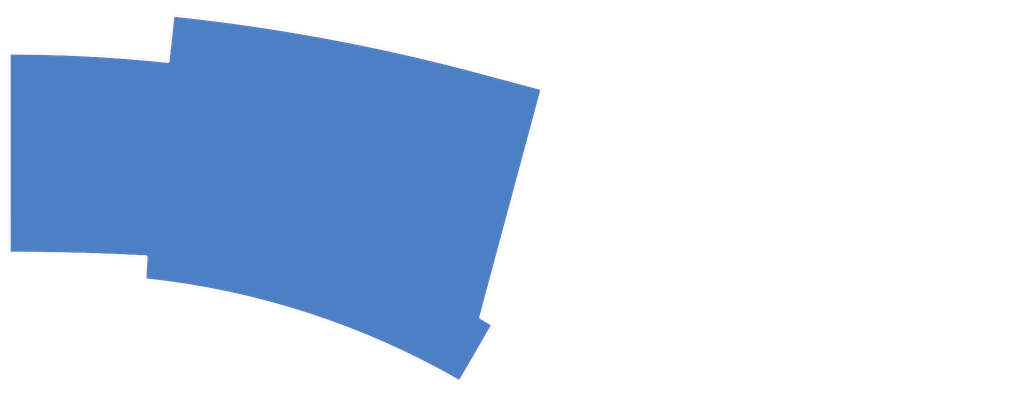
<source format=kicad_pcb>
(kicad_pcb (version 20171130) (host pcbnew 5.1.10)

  (general
    (thickness 1.6)
    (drawings 11)
    (tracks 0)
    (zones 0)
    (modules 0)
    (nets 1)
  )

  (page A4)
  (layers
    (0 F.Cu signal)
    (31 B.Cu signal)
    (32 B.Adhes user)
    (33 F.Adhes user)
    (34 B.Paste user)
    (35 F.Paste user)
    (36 B.SilkS user)
    (37 F.SilkS user)
    (38 B.Mask user)
    (39 F.Mask user)
    (40 Dwgs.User user hide)
    (41 Cmts.User user)
    (42 Eco1.User user)
    (43 Eco2.User user)
    (44 Edge.Cuts user)
    (45 Margin user)
    (46 B.CrtYd user)
    (47 F.CrtYd user)
    (48 B.Fab user)
    (49 F.Fab user)
  )

  (setup
    (last_trace_width 0.25)
    (trace_clearance 0.2)
    (zone_clearance 0.508)
    (zone_45_only no)
    (trace_min 0.2)
    (via_size 0.8)
    (via_drill 0.4)
    (via_min_size 0.4)
    (via_min_drill 0.3)
    (uvia_size 0.3)
    (uvia_drill 0.1)
    (uvias_allowed no)
    (uvia_min_size 0.2)
    (uvia_min_drill 0.1)
    (edge_width 0.05)
    (segment_width 0.2)
    (pcb_text_width 0.3)
    (pcb_text_size 1.5 1.5)
    (mod_edge_width 0.12)
    (mod_text_size 1 1)
    (mod_text_width 0.15)
    (pad_size 1.524 1.524)
    (pad_drill 0.762)
    (pad_to_mask_clearance 0)
    (aux_axis_origin 0 0)
    (visible_elements FFFFFF7F)
    (pcbplotparams
      (layerselection 0x01000_7ffffffe)
      (usegerberextensions false)
      (usegerberattributes true)
      (usegerberadvancedattributes true)
      (creategerberjobfile true)
      (excludeedgelayer true)
      (linewidth 0.100000)
      (plotframeref false)
      (viasonmask false)
      (mode 1)
      (useauxorigin false)
      (hpglpennumber 1)
      (hpglpenspeed 20)
      (hpglpendiameter 15.000000)
      (psnegative false)
      (psa4output false)
      (plotreference true)
      (plotvalue true)
      (plotinvisibletext false)
      (padsonsilk false)
      (subtractmaskfromsilk false)
      (outputformat 3)
      (mirror false)
      (drillshape 0)
      (scaleselection 1)
      (outputdirectory ""))
  )

  (net 0 "")

  (net_class Default "This is the default net class."
    (clearance 0.2)
    (trace_width 0.25)
    (via_dia 0.8)
    (via_drill 0.4)
    (uvia_dia 0.3)
    (uvia_drill 0.1)
  )

  (gr_line (start 134.6708 -0.8001) (end 138.176 1.27) (layer Edge.Cuts) (width 0.05) (tstamp 60BB3E1A))
  (gr_line (start 152.219659 -66.133979) (end 134.6708 -0.8001) (layer Edge.Cuts) (width 0.05) (tstamp 60BF75CA))
  (gr_line (start 46.758625 -87.206433) (end 45.32122 -73.99528) (layer Edge.Cuts) (width 0.05) (tstamp 60BB403D))
  (gr_line (start 133.309359 -71.201279) (end 152.219659 -66.133979) (layer Edge.Cuts) (width 0.05))
  (gr_line (start 128.650999 17.749521) (end 138.176 1.27) (layer Edge.Cuts) (width 0.05))
  (gr_line (start 39.052499 -18.011139) (end 38.694091 -11.470419) (layer Edge.Cuts) (width 0.05) (tstamp 60BA6DF1))
  (gr_line (start -0.000001 -19.049577) (end -0.00254 -76.365794) (layer Edge.Cuts) (width 0.05))
  (gr_arc (start 0 715.79232) (end 39.052499 -18.011139) (angle -3.046366874) (layer Edge.Cuts) (width 0.05))
  (gr_arc (start 15.0749 214.3252) (end 128.650999 17.749521) (angle -24.04649068) (layer Edge.Cuts) (width 0.05))
  (gr_arc (start 0.00254 358.013) (end 45.32122 -73.99528) (angle -5.989228541) (layer Edge.Cuts) (width 0.05))
  (gr_arc (start -12.03452 472.74988) (end 133.309359 -71.201279) (angle -8.966091693) (layer Edge.Cuts) (width 0.05))

  (zone (net 0) (net_name "") (layer F.Cu) (tstamp 60C74769) (hatch edge 0.508)
    (connect_pads (clearance 0.508))
    (min_thickness 0.254)
    (fill yes (arc_segments 32) (thermal_gap 0.508) (thermal_bridge_width 0.508))
    (polygon
      (pts
        (xy 289.56 25.4) (xy -2.54 22.86) (xy -2.54 -91.44) (xy 289.56 -91.44)
      )
    )
    (filled_polygon
      (pts
        (xy 55.467538 -85.558624) (xy 64.228764 -84.429467) (xy 72.971144 -83.162839) (xy 81.69257 -81.759044) (xy 90.390828 -80.218439)
        (xy 99.063849 -78.541391) (xy 107.709435 -76.728326) (xy 116.325502 -74.779679) (xy 124.909961 -72.695923) (xy 133.141248 -70.563042)
        (xy 151.410941 -65.667403) (xy 134.04823 -1.026543) (xy 134.044936 -1.01946) (xy 134.031389 -0.963845) (xy 134.024984 -0.939999)
        (xy 134.023714 -0.932336) (xy 134.014168 -0.893146) (xy 134.013112 -0.868361) (xy 134.009054 -0.843877) (xy 134.01035 -0.803555)
        (xy 134.008632 -0.763256) (xy 134.012432 -0.738735) (xy 134.013229 -0.713937) (xy 134.022364 -0.674649) (xy 134.028543 -0.634781)
        (xy 134.037054 -0.611473) (xy 134.042673 -0.587307) (xy 134.059298 -0.550556) (xy 134.073136 -0.512659) (xy 134.086032 -0.491457)
        (xy 134.096257 -0.468854) (xy 134.119734 -0.43605) (xy 134.140697 -0.401585) (xy 134.157477 -0.383311) (xy 134.171919 -0.363131)
        (xy 134.201345 -0.335537) (xy 134.228629 -0.305824) (xy 134.248657 -0.291171) (xy 134.266754 -0.274201) (xy 134.300996 -0.252878)
        (xy 134.307264 -0.248293) (xy 134.328524 -0.235737) (xy 134.377115 -0.20548) (xy 134.384423 -0.202724) (xy 137.277393 1.505805)
        (xy 128.406487 16.853656) (xy 123.626635 14.179915) (xy 123.611447 14.171678) (xy 123.611415 14.171662) (xy 118.350244 11.406947)
        (xy 118.334845 11.39911) (xy 118.334783 11.399081) (xy 113.003074 8.773049) (xy 112.987475 8.765618) (xy 107.588788 6.280026)
        (xy 107.573 6.273006) (xy 102.111126 3.929598) (xy 102.111099 3.929586) (xy 102.095132 3.922982) (xy 96.573758 1.723342)
        (xy 96.557624 1.717158) (xy 90.980588 -0.337187) (xy 90.980563 -0.337196) (xy 90.964272 -0.342956) (xy 85.335369 -2.250608)
        (xy 85.335346 -2.250616) (xy 85.31891 -2.255947) (xy 79.641975 -4.015605) (xy 79.625405 -4.020504) (xy 73.904353 -5.630954)
        (xy 73.887661 -5.635418) (xy 68.126413 -7.095556) (xy 68.10961 -7.099581) (xy 68.109594 -7.099584) (xy 62.312114 -8.408407)
        (xy 62.295211 -8.411991) (xy 56.465441 -9.568608) (xy 56.44845 -9.571748) (xy 50.5904 -10.575363) (xy 50.573333 -10.578058)
        (xy 44.69102 -11.427983) (xy 44.673888 -11.43023) (xy 44.673813 -11.430238) (xy 39.387021 -12.05332) (xy 39.713284 -18.007397)
        (xy 39.709053 -18.104738) (xy 39.678177 -18.231027) (xy 39.623257 -18.348865) (xy 39.546402 -18.453725) (xy 39.450567 -18.541578)
        (xy 39.339435 -18.609044) (xy 39.217277 -18.653535) (xy 39.088785 -18.673338) (xy 39.053867 -18.67182) (xy 30.803341 -19.064251)
        (xy 30.798781 -19.064436) (xy 30.795017 -19.064594) (xy 30.794156 -19.064624) (xy 30.794133 -19.064625) (xy 30.794118 -19.064625)
        (xy 20.541023 -19.422671) (xy 20.531811 -19.422929) (xy 20.531669 -19.422931) (xy 10.273958 -19.6378) (xy 10.273816 -19.637804)
        (xy 10.264602 -19.637932) (xy 0.65997 -19.704986) (xy 0.657489 -75.699435) (xy 8.323755 -75.625932) (xy 16.647022 -75.38627)
        (xy 24.964062 -74.986872) (xy 33.27197 -74.427876) (xy 41.569354 -73.709342) (xy 45.220234 -73.342108) (xy 45.249487 -73.335978)
        (xy 45.379488 -73.334652) (xy 45.50725 -73.358714) (xy 45.627863 -73.407238) (xy 45.736693 -73.47836) (xy 45.829556 -73.569348)
        (xy 45.902883 -73.676703) (xy 45.928085 -73.73583) (xy 45.928103 -73.735872) (xy 45.928125 -73.735924) (xy 45.953859 -73.796301)
        (xy 45.973841 -73.891663) (xy 47.343072 -86.476228)
      )
    )
  )
  (zone (net 0) (net_name "") (layer B.Cu) (tstamp 60C74766) (hatch edge 0.508)
    (connect_pads (clearance 0.508))
    (min_thickness 0.254)
    (fill yes (arc_segments 32) (thermal_gap 0.508) (thermal_bridge_width 0.508))
    (polygon
      (pts
        (xy 289.56 25.4) (xy -2.54 22.86) (xy -2.54 -91.44) (xy 289.56 -91.44)
      )
    )
    (filled_polygon
      (pts
        (xy 55.467538 -85.558624) (xy 64.228764 -84.429467) (xy 72.971144 -83.162839) (xy 81.69257 -81.759044) (xy 90.390828 -80.218439)
        (xy 99.063849 -78.541391) (xy 107.709435 -76.728326) (xy 116.325502 -74.779679) (xy 124.909961 -72.695923) (xy 133.141248 -70.563042)
        (xy 151.410941 -65.667403) (xy 134.04823 -1.026543) (xy 134.044936 -1.01946) (xy 134.031389 -0.963845) (xy 134.024984 -0.939999)
        (xy 134.023714 -0.932336) (xy 134.014168 -0.893146) (xy 134.013112 -0.868361) (xy 134.009054 -0.843877) (xy 134.01035 -0.803555)
        (xy 134.008632 -0.763256) (xy 134.012432 -0.738735) (xy 134.013229 -0.713937) (xy 134.022364 -0.674649) (xy 134.028543 -0.634781)
        (xy 134.037054 -0.611473) (xy 134.042673 -0.587307) (xy 134.059298 -0.550556) (xy 134.073136 -0.512659) (xy 134.086032 -0.491457)
        (xy 134.096257 -0.468854) (xy 134.119734 -0.43605) (xy 134.140697 -0.401585) (xy 134.157477 -0.383311) (xy 134.171919 -0.363131)
        (xy 134.201345 -0.335537) (xy 134.228629 -0.305824) (xy 134.248657 -0.291171) (xy 134.266754 -0.274201) (xy 134.300996 -0.252878)
        (xy 134.307264 -0.248293) (xy 134.328524 -0.235737) (xy 134.377115 -0.20548) (xy 134.384423 -0.202724) (xy 137.277393 1.505805)
        (xy 128.406487 16.853656) (xy 123.626635 14.179915) (xy 123.611447 14.171678) (xy 123.611415 14.171662) (xy 118.350244 11.406947)
        (xy 118.334845 11.39911) (xy 118.334783 11.399081) (xy 113.003074 8.773049) (xy 112.987475 8.765618) (xy 107.588788 6.280026)
        (xy 107.573 6.273006) (xy 102.111126 3.929598) (xy 102.111099 3.929586) (xy 102.095132 3.922982) (xy 96.573758 1.723342)
        (xy 96.557624 1.717158) (xy 90.980588 -0.337187) (xy 90.980563 -0.337196) (xy 90.964272 -0.342956) (xy 85.335369 -2.250608)
        (xy 85.335346 -2.250616) (xy 85.31891 -2.255947) (xy 79.641975 -4.015605) (xy 79.625405 -4.020504) (xy 73.904353 -5.630954)
        (xy 73.887661 -5.635418) (xy 68.126413 -7.095556) (xy 68.10961 -7.099581) (xy 68.109594 -7.099584) (xy 62.312114 -8.408407)
        (xy 62.295211 -8.411991) (xy 56.465441 -9.568608) (xy 56.44845 -9.571748) (xy 50.5904 -10.575363) (xy 50.573333 -10.578058)
        (xy 44.69102 -11.427983) (xy 44.673888 -11.43023) (xy 44.673813 -11.430238) (xy 39.387021 -12.05332) (xy 39.713284 -18.007397)
        (xy 39.709053 -18.104738) (xy 39.678177 -18.231027) (xy 39.623257 -18.348865) (xy 39.546402 -18.453725) (xy 39.450567 -18.541578)
        (xy 39.339435 -18.609044) (xy 39.217277 -18.653535) (xy 39.088785 -18.673338) (xy 39.053867 -18.67182) (xy 30.803341 -19.064251)
        (xy 30.798781 -19.064436) (xy 30.795017 -19.064594) (xy 30.794156 -19.064624) (xy 30.794133 -19.064625) (xy 30.794118 -19.064625)
        (xy 20.541023 -19.422671) (xy 20.531811 -19.422929) (xy 20.531669 -19.422931) (xy 10.273958 -19.6378) (xy 10.273816 -19.637804)
        (xy 10.264602 -19.637932) (xy 0.65997 -19.704986) (xy 0.657489 -75.699435) (xy 8.323755 -75.625932) (xy 16.647022 -75.38627)
        (xy 24.964062 -74.986872) (xy 33.27197 -74.427876) (xy 41.569354 -73.709342) (xy 45.220234 -73.342108) (xy 45.249487 -73.335978)
        (xy 45.379488 -73.334652) (xy 45.50725 -73.358714) (xy 45.627863 -73.407238) (xy 45.736693 -73.47836) (xy 45.829556 -73.569348)
        (xy 45.902883 -73.676703) (xy 45.928085 -73.73583) (xy 45.928103 -73.735872) (xy 45.928125 -73.735924) (xy 45.953859 -73.796301)
        (xy 45.973841 -73.891663) (xy 47.343072 -86.476228)
      )
    )
  )
)

</source>
